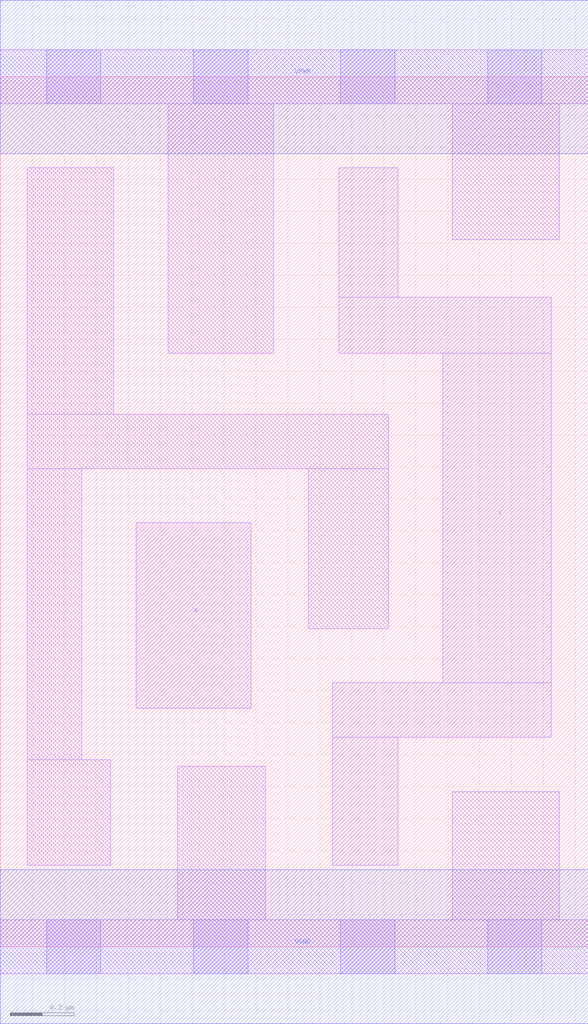
<source format=lef>
# Copyright 2020 The SkyWater PDK Authors
#
# Licensed under the Apache License, Version 2.0 (the "License");
# you may not use this file except in compliance with the License.
# You may obtain a copy of the License at
#
#     https://www.apache.org/licenses/LICENSE-2.0
#
# Unless required by applicable law or agreed to in writing, software
# distributed under the License is distributed on an "AS IS" BASIS,
# WITHOUT WARRANTIES OR CONDITIONS OF ANY KIND, either express or implied.
# See the License for the specific language governing permissions and
# limitations under the License.
#
# SPDX-License-Identifier: Apache-2.0

VERSION 5.7 ;
  NOWIREEXTENSIONATPIN ON ;
  DIVIDERCHAR "/" ;
  BUSBITCHARS "[]" ;
UNITS
  DATABASE MICRONS 200 ;
END UNITS
MACRO sky130_fd_sc_hd__clkbuf_2
  CLASS CORE ;
  FOREIGN sky130_fd_sc_hd__clkbuf_2 ;
  ORIGIN  0.000000  0.000000 ;
  SIZE  1.840000 BY  2.720000 ;
  SYMMETRY X Y R90 ;
  SITE unithd ;
  PIN A
    ANTENNAGATEAREA  0.213000 ;
    DIRECTION INPUT ;
    USE SIGNAL ;
    PORT
      LAYER li1 ;
        RECT 0.425000 0.745000 0.785000 1.325000 ;
    END
  END A
  PIN X
    ANTENNADIFFAREA  0.383400 ;
    DIRECTION OUTPUT ;
    USE SIGNAL ;
    PORT
      LAYER li1 ;
        RECT 1.040000 0.255000 1.245000 0.655000 ;
        RECT 1.040000 0.655000 1.725000 0.825000 ;
        RECT 1.060000 1.855000 1.725000 2.030000 ;
        RECT 1.060000 2.030000 1.245000 2.435000 ;
        RECT 1.385000 0.825000 1.725000 1.855000 ;
    END
  END X
  PIN VGND
    DIRECTION INOUT ;
    SHAPE ABUTMENT ;
    USE GROUND ;
    PORT
      LAYER met1 ;
        RECT 0.000000 -0.240000 1.840000 0.240000 ;
    END
  END VGND
  PIN VPWR
    DIRECTION INOUT ;
    SHAPE ABUTMENT ;
    USE POWER ;
    PORT
      LAYER met1 ;
        RECT 0.000000 2.480000 1.840000 2.960000 ;
    END
  END VPWR
  OBS
    LAYER li1 ;
      RECT 0.000000 -0.085000 1.840000 0.085000 ;
      RECT 0.000000  2.635000 1.840000 2.805000 ;
      RECT 0.085000  0.255000 0.345000 0.585000 ;
      RECT 0.085000  0.585000 0.255000 1.495000 ;
      RECT 0.085000  1.495000 1.215000 1.665000 ;
      RECT 0.085000  1.665000 0.355000 2.435000 ;
      RECT 0.525000  1.855000 0.855000 2.635000 ;
      RECT 0.555000  0.085000 0.830000 0.565000 ;
      RECT 0.965000  0.995000 1.215000 1.495000 ;
      RECT 1.415000  0.085000 1.750000 0.485000 ;
      RECT 1.415000  2.210000 1.750000 2.635000 ;
    LAYER mcon ;
      RECT 0.145000 -0.085000 0.315000 0.085000 ;
      RECT 0.145000  2.635000 0.315000 2.805000 ;
      RECT 0.605000 -0.085000 0.775000 0.085000 ;
      RECT 0.605000  2.635000 0.775000 2.805000 ;
      RECT 1.065000 -0.085000 1.235000 0.085000 ;
      RECT 1.065000  2.635000 1.235000 2.805000 ;
      RECT 1.525000 -0.085000 1.695000 0.085000 ;
      RECT 1.525000  2.635000 1.695000 2.805000 ;
  END
END sky130_fd_sc_hd__clkbuf_2
END LIBRARY

</source>
